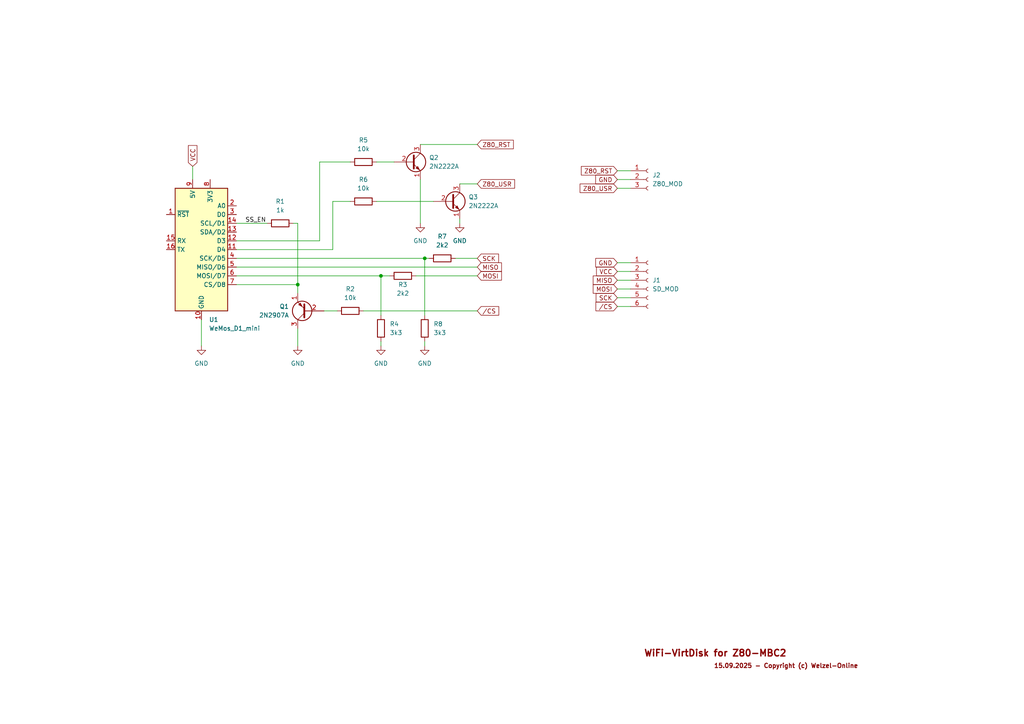
<source format=kicad_sch>
(kicad_sch (version 20230121) (generator eeschema)
  (paper "A4")
  (lib_symbols
    (symbol "Connector:Conn_01x03_Socket" (pin_names (offset 1.016) hide)
      (property "Reference" "J" (at 0 5.08 0))
      (property "Value" "Conn_01x03_Socket" (at 0 -5.08 0))
      (symbol "Conn_01x03_Socket_1_1"
        (arc (start 0 -2.032) (mid -0.5058 -2.54) (end 0 -3.048) (stroke (width 0.1524)))
        (polyline (pts (xy -1.27 -2.54) (xy -0.508 -2.54)) (stroke (width 0.1524)))
        (polyline (pts (xy -1.27 0) (xy -0.508 0)) (stroke (width 0.1524)))
        (polyline (pts (xy -1.27 2.54) (xy -0.508 2.54)) (stroke (width 0.1524)))
        (arc (start 0 0.508) (mid -0.5058 0) (end 0 -0.508) (stroke (width 0.1524)))
        (arc (start 0 3.048) (mid -0.5058 2.54) (end 0 2.032) (stroke (width 0.1524)))
        (pin passive line (at -5.08 2.54 0) (length 3.81) (name "Pin_1") (number "1"))
        (pin passive line (at -5.08 0 0) (length 3.81) (name "Pin_2") (number "2"))
        (pin passive line (at -5.08 -2.54 0) (length 3.81) (name "Pin_3") (number "3"))
      )
    )
    (symbol "Connector:Conn_01x06_Socket" (pin_names (offset 1.016) hide)
      (property "Reference" "J" (at 0 7.62 0))
      (property "Value" "Conn_01x06_Socket" (at 0 -10.16 0))
      (symbol "Conn_01x06_Socket_1_1"
        (arc (start 0 -7.112) (mid -0.5058 -7.62) (end 0 -8.128) (stroke (width 0.1524)))
        (arc (start 0 -4.572) (mid -0.5058 -5.08) (end 0 -5.588) (stroke (width 0.1524)))
        (arc (start 0 -2.032) (mid -0.5058 -2.54) (end 0 -3.048) (stroke (width 0.1524)))
        (polyline (pts (xy -1.27 -7.62) (xy -0.508 -7.62)) (stroke (width 0.1524)))
        (polyline (pts (xy -1.27 -5.08) (xy -0.508 -5.08)) (stroke (width 0.1524)))
        (polyline (pts (xy -1.27 -2.54) (xy -0.508 -2.54)) (stroke (width 0.1524)))
        (polyline (pts (xy -1.27 0) (xy -0.508 0)) (stroke (width 0.1524)))
        (polyline (pts (xy -1.27 2.54) (xy -0.508 2.54)) (stroke (width 0.1524)))
        (polyline (pts (xy -1.27 5.08) (xy -0.508 5.08)) (stroke (width 0.1524)))
        (arc (start 0 0.508) (mid -0.5058 0) (end 0 -0.508) (stroke (width 0.1524)))
        (arc (start 0 3.048) (mid -0.5058 2.54) (end 0 2.032) (stroke (width 0.1524)))
        (arc (start 0 5.588) (mid -0.5058 5.08) (end 0 4.572) (stroke (width 0.1524)))
        (pin passive line (at -5.08 5.08 0) (length 3.81) (name "Pin_1") (number "1"))
        (pin passive line (at -5.08 2.54 0) (length 3.81) (name "Pin_2") (number "2"))
        (pin passive line (at -5.08 0 0) (length 3.81) (name "Pin_3") (number "3"))
        (pin passive line (at -5.08 -2.54 0) (length 3.81) (name "Pin_4") (number "4"))
        (pin passive line (at -5.08 -5.08 0) (length 3.81) (name "Pin_5") (number "5"))
        (pin passive line (at -5.08 -7.62 0) (length 3.81) (name "Pin_6") (number "6"))
      )
    )
    (symbol "Device:Q_NPN_EBC" (pin_names (offset 0) hide)
      (property "Reference" "Q" (at 5.08 1.27 0))
      (property "Value" "Q_NPN_EBC" (at 5.08 -1.27 0))
      (symbol "Q_NPN_EBC_0_1"
        (polyline (pts (xy 0.635 0.635) (xy 2.54 2.54)))
        (polyline (pts (xy 0.635 -0.635) (xy 2.54 -2.54) (xy 2.54 -2.54)))
        (polyline (pts (xy 0.635 1.905) (xy 0.635 -1.905) (xy 0.635 -1.905)) (stroke (width 0.508)))
        (polyline (pts (xy 1.27 -1.778) (xy 1.778 -1.27) (xy 2.286 -2.286) (xy 1.27 -1.778) (xy 1.27 -1.778)) (fill (type outline)))
        (circle (center 1.27 0) (radius 2.8194) (stroke (width 0.254)))
      )
      (symbol "Q_NPN_EBC_1_1"
        (pin passive line (at 2.54 -5.08 90) (length 2.54) (name "E") (number "1"))
        (pin passive line (at -5.08 0 0) (length 5.715) (name "B") (number "2"))
        (pin passive line (at 2.54 5.08 270) (length 2.54) (name "C") (number "3"))
      )
    )
    (symbol "Device:Q_PNP_EBC" (pin_names (offset 0) hide)
      (property "Reference" "Q" (at 5.08 1.27 0))
      (property "Value" "Q_PNP_EBC" (at 5.08 -1.27 0))
      (symbol "Q_PNP_EBC_0_1"
        (polyline (pts (xy 0.635 0.635) (xy 2.54 2.54)))
        (polyline (pts (xy 0.635 -0.635) (xy 2.54 -2.54) (xy 2.54 -2.54)))
        (polyline (pts (xy 0.635 1.905) (xy 0.635 -1.905) (xy 0.635 -1.905)) (stroke (width 0.508)))
        (polyline (pts (xy 2.286 -1.778) (xy 1.778 -2.286) (xy 1.27 -1.27) (xy 2.286 -1.778) (xy 2.286 -1.778)) (fill (type outline)))
        (circle (center 1.27 0) (radius 2.8194) (stroke (width 0.254)))
      )
      (symbol "Q_PNP_EBC_1_1"
        (pin passive line (at 2.54 -5.08 90) (length 2.54) (name "E") (number "1"))
        (pin input line (at -5.08 0 0) (length 5.715) (name "B") (number "2"))
        (pin passive line (at 2.54 5.08 270) (length 2.54) (name "C") (number "3"))
      )
    )
    (symbol "Device:R" (pin_numbers hide) (pin_names (offset 0))
      (property "Reference" "R" (at 2.032 0 90))
      (property "Value" "R" (at 0 0 90))
      (symbol "R_0_1"
        (rectangle (start -1.016 -2.54) (end 1.016 2.54) (stroke (width 0.254)))
      )
      (symbol "R_1_1"
        (pin passive line (at 0 3.81 270) (length 1.27) (name "~") (number "1"))
        (pin passive line (at 0 -3.81 90) (length 1.27) (name "~") (number "2"))
      )
    )
    (symbol "MCU_Module:WeMos_D1_mini"
      (property "Reference" "U" (at 3.81 19.05 0))
      (property "Value" "WeMos_D1_mini" (at 1.27 -19.05 0))
      (symbol "WeMos_D1_mini_1_1"
        (rectangle (start -7.62 17.78) (end 7.62 -17.78) (stroke (width 0.254)) (fill (type background)))
        (pin input line (at -10.16 10.16 0) (length 2.54) (name "~{RST}") (number "1"))
        (pin power_in line (at 0 -20.32 90) (length 2.54) (name "GND") (number "10"))
        (pin bidirectional line (at 10.16 0 180) (length 2.54) (name "D4") (number "11"))
        (pin bidirectional line (at 10.16 2.54 180) (length 2.54) (name "D3") (number "12"))
        (pin bidirectional line (at 10.16 5.08 180) (length 2.54) (name "SDA/D2") (number "13"))
        (pin bidirectional line (at 10.16 7.62 180) (length 2.54) (name "SCL/D1") (number "14"))
        (pin input line (at -10.16 2.54 0) (length 2.54) (name "RX") (number "15"))
        (pin output line (at -10.16 0 0) (length 2.54) (name "TX") (number "16"))
        (pin input line (at 10.16 12.7 180) (length 2.54) (name "A0") (number "2"))
        (pin bidirectional line (at 10.16 10.16 180) (length 2.54) (name "D0") (number "3"))
        (pin bidirectional line (at 10.16 -2.54 180) (length 2.54) (name "SCK/D5") (number "4"))
        (pin bidirectional line (at 10.16 -5.08 180) (length 2.54) (name "MISO/D6") (number "5"))
        (pin bidirectional line (at 10.16 -7.62 180) (length 2.54) (name "MOSI/D7") (number "6"))
        (pin bidirectional line (at 10.16 -10.16 180) (length 2.54) (name "CS/D8") (number "7"))
        (pin power_out line (at 2.54 20.32 270) (length 2.54) (name "3V3") (number "8"))
        (pin power_in line (at -2.54 20.32 270) (length 2.54) (name "5V") (number "9"))
      )
    )
    (symbol "power:GND" (power) (pin_names (offset 0))
      (property "Value" "GND" (at 0 -3.81 0))
      (symbol "GND_0_1"
        (polyline (pts (xy 0 0) (xy 0 -1.27) (xy 1.27 -1.27) (xy 0 -2.54) (xy -1.27 -1.27) (xy 0 -1.27)))
      )
      (symbol "GND_1_1"
        (pin power_in line (at 0 0 270) (length 0) hide (name "GND") (number "1"))
      )
    )
  )
  (junction (at 86.36 82.55))
  (junction (at 123.19 74.93))
  (junction (at 110.49 80.01))
  (wire (pts (xy 96.52 72.39) (xy 68.58 72.39)))
  (wire (pts (xy 133.35 53.34) (xy 138.43 53.34)))
  (wire (pts (xy 121.92 41.91) (xy 138.43 41.91)))
  (wire (pts (xy 93.98 90.17) (xy 97.79 90.17)))
  (wire (pts (xy 86.36 64.77) (xy 85.09 64.77)))
  (wire (pts (xy 96.52 58.42) (xy 101.6 58.42)))
  (wire (pts (xy 121.92 52.07) (xy 121.92 64.77)))
  (wire (pts (xy 68.58 77.47) (xy 138.43 77.47)))
  (wire (pts (xy 92.71 69.85) (xy 68.58 69.85)))
  (wire (pts (xy 179.07 76.2) (xy 182.88 76.2)))
  (wire (pts (xy 58.42 92.71) (xy 58.42 100.33)))
  (wire (pts (xy 179.07 81.28) (xy 182.88 81.28)))
  (wire (pts (xy 179.07 86.36) (xy 182.88 86.36)))
  (wire (pts (xy 68.58 82.55) (xy 86.36 82.55)))
  (wire (pts (xy 179.07 52.07) (xy 182.88 52.07)))
  (wire (pts (xy 92.71 46.99) (xy 92.71 69.85)))
  (wire (pts (xy 110.49 80.01) (xy 110.49 91.44)))
  (wire (pts (xy 110.49 99.06) (xy 110.49 100.33)))
  (wire (pts (xy 179.07 88.9) (xy 182.88 88.9)))
  (wire (pts (xy 92.71 46.99) (xy 101.6 46.99)))
  (wire (pts (xy 109.22 46.99) (xy 114.3 46.99)))
  (wire (pts (xy 110.49 80.01) (xy 113.03 80.01)))
  (wire (pts (xy 68.58 74.93) (xy 123.19 74.93)))
  (wire (pts (xy 179.07 54.61) (xy 182.88 54.61)))
  (wire (pts (xy 132.08 74.93) (xy 138.43 74.93)))
  (wire (pts (xy 179.07 83.82) (xy 182.88 83.82)))
  (wire (pts (xy 179.07 49.53) (xy 182.88 49.53)))
  (wire (pts (xy 96.52 58.42) (xy 96.52 72.39)))
  (wire (pts (xy 179.07 78.74) (xy 182.88 78.74)))
  (wire (pts (xy 86.36 82.55) (xy 86.36 64.77)))
  (wire (pts (xy 123.19 74.93) (xy 124.46 74.93)))
  (wire (pts (xy 123.19 99.06) (xy 123.19 100.33)))
  (wire (pts (xy 86.36 95.25) (xy 86.36 100.33)))
  (wire (pts (xy 55.88 48.26) (xy 55.88 52.07)))
  (wire (pts (xy 68.58 64.77) (xy 77.47 64.77)))
  (wire (pts (xy 86.36 85.09) (xy 86.36 82.55)))
  (wire (pts (xy 105.41 90.17) (xy 138.43 90.17)))
  (wire (pts (xy 120.65 80.01) (xy 138.43 80.01)))
  (wire (pts (xy 68.58 80.01) (xy 110.49 80.01)))
  (wire (pts (xy 109.22 58.42) (xy 125.73 58.42)))
  (wire (pts (xy 133.35 63.5) (xy 133.35 64.77)))
  (wire (pts (xy 123.19 91.44) (xy 123.19 74.93)))
  (text "WiFi-VirtDisk for Z80-MBC2" (at 186.69 190.754 0) (effects (font (size 1.9 1.9) (thickness 0.38) bold) (justify left bottom)))
  (text "15.09.2025 - Copyright (c) Welzel-Online" (at 207.01 194.056 0) (effects (font (size 1.27 1.27) (thickness 0.254) bold) (justify left bottom)))
  (label "SS_EN" (at 71.12 64.77 0))
  (global_label "GND" (shape input) (at 179.07 76.2 180) (property "Intersheetrefs" "${INTERSHEET_REFS}" (effects hide)))
  (global_label "MOSI" (shape input) (at 179.07 83.82 180) (property "Intersheetrefs" "${INTERSHEET_REFS}" (effects hide)))
  (global_label "Z80_USR" (shape input) (at 138.43 53.34 0) (property "Intersheetrefs" "${INTERSHEET_REFS}" (effects hide)))
  (global_label "Z80_RST" (shape input) (at 179.07 49.53 180) (property "Intersheetrefs" "${INTERSHEET_REFS}" (effects hide)))
  (global_label "SCK" (shape input) (at 138.43 74.93 0) (property "Intersheetrefs" "${INTERSHEET_REFS}" (effects hide)))
  (global_label "VCC" (shape input) (at 55.88 48.26 90) (property "Intersheetrefs" "${INTERSHEET_REFS}" (effects hide)))
  (global_label "{slash}CS" (shape input) (at 179.07 88.9 180) (property "Intersheetrefs" "${INTERSHEET_REFS}" (effects hide)))
  (global_label "SCK" (shape input) (at 179.07 86.36 180) (property "Intersheetrefs" "${INTERSHEET_REFS}" (effects hide)))
  (global_label "GND" (shape input) (at 179.07 52.07 180) (property "Intersheetrefs" "${INTERSHEET_REFS}" (effects hide)))
  (global_label "MISO" (shape input) (at 179.07 81.28 180) (property "Intersheetrefs" "${INTERSHEET_REFS}" (effects hide)))
  (global_label "Z80_RST" (shape input) (at 138.43 41.91 0) (property "Intersheetrefs" "${INTERSHEET_REFS}" (effects hide)))
  (global_label "MOSI" (shape input) (at 138.43 80.01 0) (property "Intersheetrefs" "${INTERSHEET_REFS}" (effects hide)))
  (global_label "Z80_USR" (shape input) (at 179.07 54.61 180) (property "Intersheetrefs" "${INTERSHEET_REFS}" (effects hide)))
  (global_label "MISO" (shape input) (at 138.43 77.47 0) (property "Intersheetrefs" "${INTERSHEET_REFS}" (effects hide)))
  (global_label "VCC" (shape input) (at 179.07 78.74 180) (property "Intersheetrefs" "${INTERSHEET_REFS}" (effects hide)))
  (global_label "{slash}CS" (shape input) (at 138.43 90.17 0) (property "Intersheetrefs" "${INTERSHEET_REFS}" (effects hide)))
  (symbol (lib_id "power:GND") (at 133.35 64.77 0) (unit 1)
    (property "Reference" "#PWR04" (effects hide))
    (property "Value" "GND" (at 133.35 69.85 0))
  )
  (symbol (lib_id "Connector:Conn_01x06_Socket") (at 187.96 81.28 0) (unit 1)
    (property "Reference" "J1" (at 189.23 81.28 0) (effects (justify left)))
    (property "Value" "SD_MOD" (at 189.23 83.82 0) (effects (justify left)))
    (property "Footprint" "Connector_PinSocket_2.54mm:PinSocket_1x06_P2.54mm_Vertical" (effects hide))
  )
  (symbol (lib_id "Connector:Conn_01x03_Socket") (at 187.96 52.07 0) (unit 1)
    (property "Reference" "J2" (at 189.23 50.8 0) (effects (justify left)))
    (property "Value" "Z80_MOD" (at 189.23 53.34 0) (effects (justify left)))
    (property "Footprint" "Connector_PinSocket_2.54mm:PinSocket_1x03_P2.54mm_Vertical" (effects hide))
  )
  (symbol (lib_id "Device:R") (at 81.28 64.77 90) (unit 1)
    (property "Reference" "R1" (at 81.28 58.42 90))
    (property "Value" "1k" (at 81.28 60.96 90))
    (property "Footprint" "Resistor_THT:R_Axial_DIN0207_L6.3mm_D2.5mm_P7.62mm_Horizontal" (effects hide))
  )
  (symbol (lib_id "power:GND") (at 58.42 100.33 0) (unit 1)
    (property "Reference" "#PWR02" (effects hide))
    (property "Value" "GND" (at 58.42 105.41 0))
  )
  (symbol (lib_id "Device:R") (at 123.19 95.25 180) (unit 1)
    (property "Reference" "R8" (at 125.73 93.98 0) (effects (justify right)))
    (property "Value" "3k3" (at 125.73 96.52 0) (effects (justify right)))
    (property "Footprint" "Resistor_THT:R_Axial_DIN0207_L6.3mm_D2.5mm_P7.62mm_Horizontal" (effects hide))
  )
  (symbol (lib_id "power:GND") (at 121.92 64.77 0) (unit 1)
    (property "Reference" "#PWR05" (effects hide))
    (property "Value" "GND" (at 121.92 69.85 0))
  )
  (symbol (lib_id "Device:R") (at 105.41 46.99 90) (unit 1)
    (property "Reference" "R5" (at 105.41 40.64 90))
    (property "Value" "10k" (at 105.41 43.18 90))
    (property "Footprint" "Resistor_THT:R_Axial_DIN0207_L6.3mm_D2.5mm_P7.62mm_Horizontal" (effects hide))
  )
  (symbol (lib_id "power:GND") (at 110.49 100.33 0) (unit 1)
    (property "Reference" "#PWR03" (effects hide))
    (property "Value" "GND" (at 110.49 105.41 0))
  )
  (symbol (lib_id "Device:R") (at 105.41 58.42 90) (unit 1)
    (property "Reference" "R6" (at 105.41 52.07 90))
    (property "Value" "10k" (at 105.41 54.61 90))
    (property "Footprint" "Resistor_THT:R_Axial_DIN0207_L6.3mm_D2.5mm_P7.62mm_Horizontal" (effects hide))
  )
  (symbol (lib_id "Device:Q_NPN_EBC") (at 130.81 58.42 0) (unit 1)
    (property "Reference" "Q3" (at 135.89 57.15 0) (effects (justify left)))
    (property "Value" "2N2222A" (at 135.89 59.69 0) (effects (justify left)))
    (property "Footprint" "Package_TO_SOT_THT:TO-92" (effects hide))
  )
  (symbol (lib_id "power:GND") (at 86.36 100.33 0) (unit 1)
    (property "Reference" "#PWR01" (effects hide))
    (property "Value" "GND" (at 86.36 105.41 0))
  )
  (symbol (lib_id "Device:R") (at 110.49 95.25 180) (unit 1)
    (property "Reference" "R4" (at 113.03 93.98 0) (effects (justify right)))
    (property "Value" "3k3" (at 113.03 96.52 0) (effects (justify right)))
    (property "Footprint" "Resistor_THT:R_Axial_DIN0207_L6.3mm_D2.5mm_P7.62mm_Horizontal" (effects hide))
  )
  (symbol (lib_id "Device:Q_PNP_EBC") (at 88.9 90.17 180) (unit 1)
    (property "Reference" "Q1" (at 83.82 88.9 0) (effects (justify left)))
    (property "Value" "2N2907A" (at 83.82 91.44 0) (effects (justify left)))
    (property "Footprint" "Package_TO_SOT_THT:TO-92" (effects hide))
  )
  (symbol (lib_id "Device:Q_NPN_EBC") (at 119.38 46.99 0) (unit 1)
    (property "Reference" "Q2" (at 124.46 45.72 0) (effects (justify left)))
    (property "Value" "2N2222A" (at 124.46 48.26 0) (effects (justify left)))
    (property "Footprint" "Package_TO_SOT_THT:TO-92" (effects hide))
  )
  (symbol (lib_id "power:GND") (at 123.19 100.33 0) (unit 1)
    (property "Reference" "#PWR06" (effects hide))
    (property "Value" "GND" (at 123.19 105.41 0))
  )
  (symbol (lib_id "Device:R") (at 128.27 74.93 90) (unit 1)
    (property "Reference" "R7" (at 128.27 68.58 90))
    (property "Value" "2k2" (at 128.27 71.12 90))
    (property "Footprint" "Resistor_THT:R_Axial_DIN0207_L6.3mm_D2.5mm_P7.62mm_Horizontal" (effects hide))
  )
  (symbol (lib_id "MCU_Module:WeMos_D1_mini") (at 58.42 72.39 0) (unit 1)
    (property "Reference" "U1" (at 60.6141 92.71 0) (effects (justify left)))
    (property "Value" "WeMos_D1_mini" (at 60.6141 95.25 0) (effects (justify left)))
    (property "Footprint" "Module:WEMOS_D1_mini_light" (effects hide))
    (property "Datasheet" "https://wiki.wemos.cc/products:d1:d1_mini#documentation" (effects hide))
  )
  (symbol (lib_id "Device:R") (at 116.84 80.01 270) (unit 1)
    (property "Reference" "R3" (at 116.84 82.55 90))
    (property "Value" "2k2" (at 116.84 85.09 90))
    (property "Footprint" "Resistor_THT:R_Axial_DIN0207_L6.3mm_D2.5mm_P7.62mm_Horizontal" (effects hide))
  )
  (symbol (lib_id "Device:R") (at 101.6 90.17 90) (unit 1)
    (property "Reference" "R2" (at 101.6 83.82 90))
    (property "Value" "10k" (at 101.6 86.36 90))
    (property "Footprint" "Resistor_THT:R_Axial_DIN0207_L6.3mm_D2.5mm_P7.62mm_Horizontal" (effects hide))
  )
)
</source>
